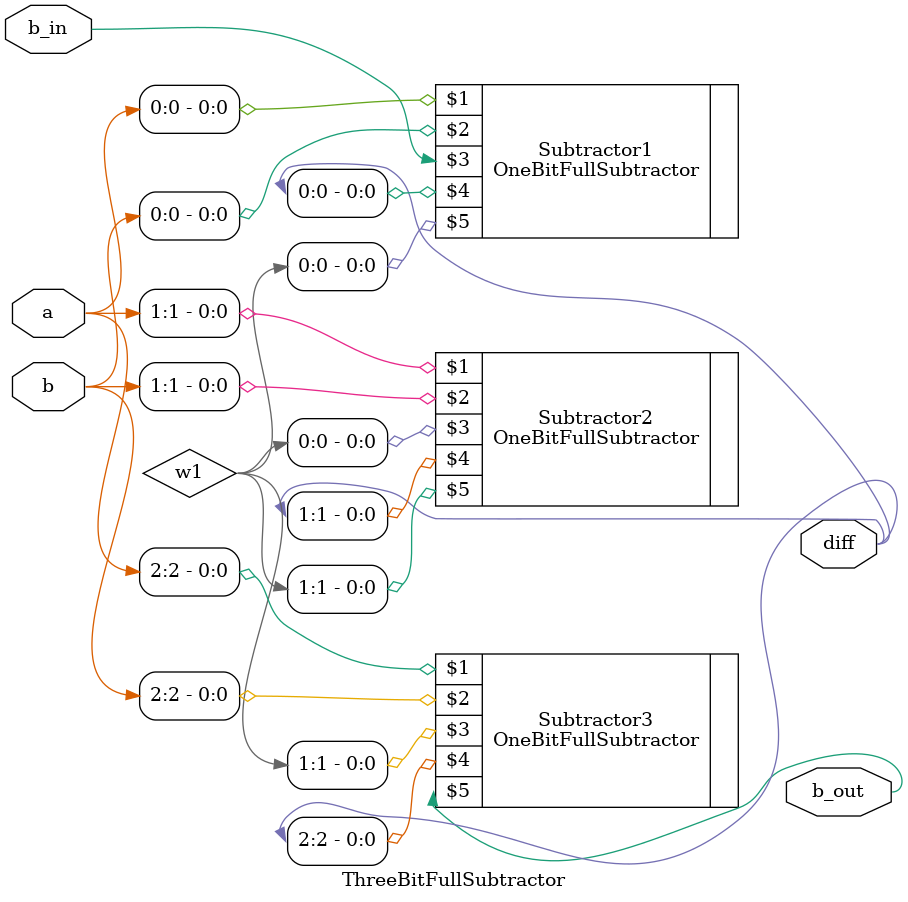
<source format=v>
module ThreeBitFullSubtractor(
	input [2:0]a,
	input [2:0]b,
	input b_in,
	output [2:0]diff,
	output b_out
);

	wire [1:0] w1;

	OneBitFullSubtractor Subtractor1(
		a[0],
		b[0],
		b_in,
		diff[0],
		w1[0]
	);
	
	OneBitFullSubtractor Subtractor2(
		a[1],
		b[1],
		w1[0],
		diff[1],
		w1[1]
	);
	
	OneBitFullSubtractor Subtractor3(
		a[2],
		b[2],
		w1[1],
		diff[2],
		b_out
	);
	
endmodule
</source>
